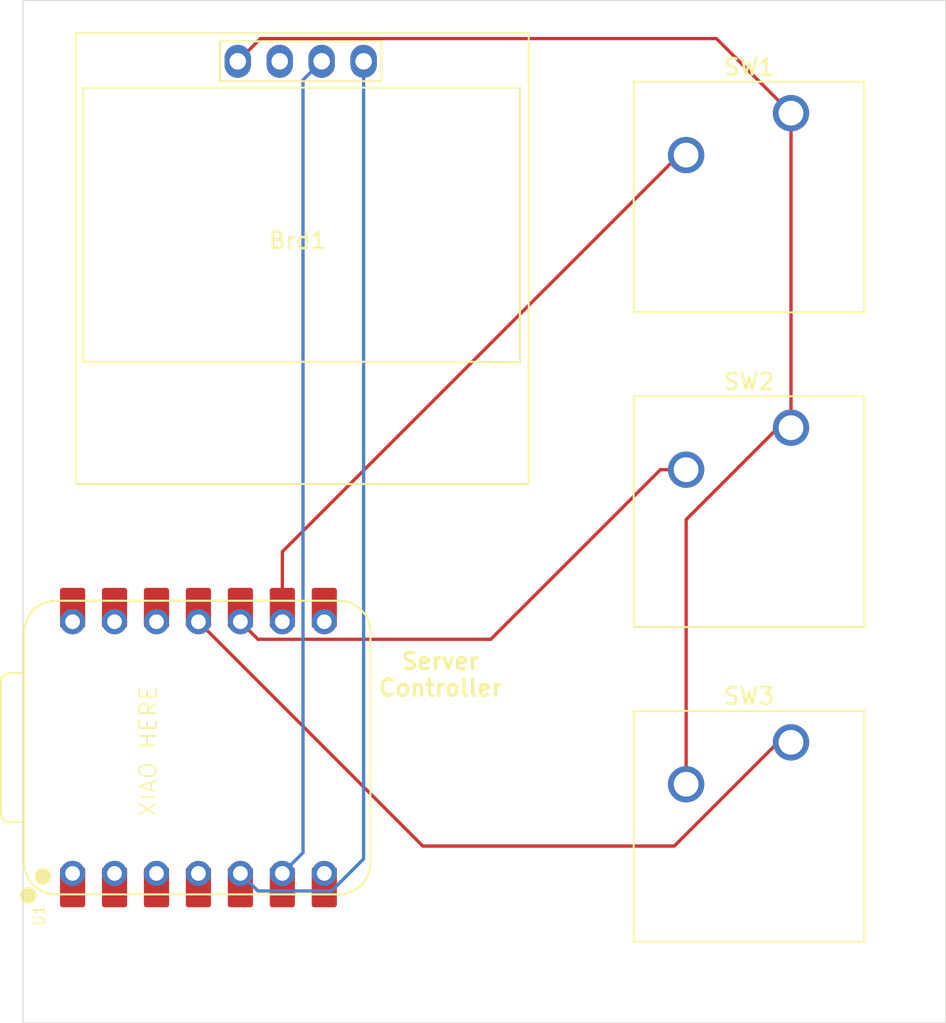
<source format=kicad_pcb>
(kicad_pcb (version 20241229) (generator "pcbnew") (generator_version "9.0")
  (layers (0 "F.Cu" signal) (2 "B.Cu" signal) (13 "F.Paste" user) (15 "B.Paste" user) (5 "F.SilkS" user "F.Silkscreen") (7 "B.SilkS" user "B.Silkscreen") (1 "F.Mask" user) (3 "B.Mask" user) (25 "Edge.Cuts" user))
  (net 0 "")
  (net 1 "Net-(Brd1-SDA)")
  (net 2 "+5V")
  (net 3 "GND")
  (net 4 "Net-(Brd1-SCL)")
  (net 5 "Net-(U1-GPIO2{slash}SCK)")
  (net 6 "Net-(U1-GPIO4{slash}MISO)")
  (net 7 "Net-(U1-GPIO3{slash}MOSI)")
  (footprint "SSD1306:128x64OLED" (layer "F.Cu") (at 151.2575 66.675)
    (property "Reference" "Brd1" (at 0 0.254 0) (layer "F.SilkS"))
    (property "Value" "SSD1306")
    (fp_line (start -13.4 -12.3) (end 14 -12.3) (stroke (width 0.12)) (layer "F.SilkS"))
    (fp_line (start -13.4 15) (end -13.4 -12.3) (stroke (width 0.12)) (layer "F.SilkS"))
    (fp_line (start -12.978 -9.005) (end 10.122 -9.005) (stroke (width 0.12)) (layer "F.SilkS"))
    (fp_line (start -12.978 7.595) (end -12.978 -9.005) (stroke (width 0.12)) (layer "F.SilkS"))
    (fp_line (start -4.699 -11.811) (end -4.699 -9.398) (stroke (width 0.12)) (layer "F.SilkS"))
    (fp_line (start -4.699 -11.811) (end 5.08 -11.811) (stroke (width 0.12)) (layer "F.SilkS"))
    (fp_line (start 5.08 -11.811) (end 5.08 -9.398) (stroke (width 0.12)) (layer "F.SilkS"))
    (fp_line (start 5.08 -9.398) (end -4.699 -9.398) (stroke (width 0.12)) (layer "F.SilkS"))
    (fp_line (start 10.122 -9.005) (end 13.208 -9.005) (stroke (width 0.12)) (layer "F.SilkS"))
    (fp_line (start 10.122 7.595) (end -12.978 7.595) (stroke (width 0.12)) (layer "F.SilkS"))
    (fp_line (start 10.122 7.595) (end 13.462 7.62) (stroke (width 0.12)) (layer "F.SilkS"))
    (fp_line (start 13.462 -9.017) (end 13.208 -9.005) (stroke (width 0.12)) (layer "F.SilkS"))
    (fp_line (start 13.462 7.62) (end 13.462 -9.017) (stroke (width 0.12)) (layer "F.SilkS"))
    (fp_line (start 14 -12.3) (end 14 15) (stroke (width 0.12)) (layer "F.SilkS"))
    (fp_line (start 14 15) (end -13.4 15) (stroke (width 0.12)) (layer "F.SilkS"))
    (pad "1" thru_hole oval (at -3.62 -10.6 90) (size 2 1.6) (drill 1) (layers "*.Cu" "*.Mask") (net 3 "GND"))
    (pad "2" thru_hole oval (at -1.08 -10.6 90) (size 2 1.6) (drill 1) (layers "*.Cu" "*.Mask") (net 2 "+5V"))
    (pad "3" thru_hole oval (at 1.46 -10.6 90) (size 2 1.6) (drill 1) (layers "*.Cu" "*.Mask") (net 4 "Net-(Brd1-SCL)"))
    (pad "4" thru_hole oval (at 4 -10.6 90) (size 2 1.6) (drill 1) (layers "*.Cu" "*.Mask") (net 1 "Net-(Brd1-SDA)"))
  )
  (footprint "Button_Switch_Keyboard:SW_Cherry_MX_1.00u_PCB" (layer "F.Cu") (at 181.13375 59.21375)
    (property "Reference" "SW1" (at -2.54 -2.794 0) (layer "F.SilkS"))
    (property "Value" "SW_Push")
    (fp_line (start -9.525 -1.905) (end 4.445 -1.905) (stroke (width 0.12)) (layer "F.SilkS"))
    (fp_line (start -9.525 12.065) (end -9.525 -1.905) (stroke (width 0.12)) (layer "F.SilkS"))
    (fp_line (start 4.445 -1.905) (end 4.445 12.065) (stroke (width 0.12)) (layer "F.SilkS"))
    (fp_line (start 4.445 12.065) (end -9.525 12.065) (stroke (width 0.12)) (layer "F.SilkS"))
    (pad "" np_thru_hole circle (at -7.62 5.08) (size 1.7 1.7) (drill 1.7) (layers "*.Cu" "*.Mask"))
    (pad "" np_thru_hole circle (at -2.54 5.08) (size 4 4) (drill 4) (layers "*.Cu" "*.Mask"))
    (pad "" np_thru_hole circle (at 2.54 5.08) (size 1.7 1.7) (drill 1.7) (layers "*.Cu" "*.Mask"))
    (pad "1" thru_hole circle (at 0 0) (size 2.2 2.2) (drill 1.5) (layers "*.Cu" "*.Mask") (net 3 "GND"))
    (pad "2" thru_hole circle (at -6.35 2.54) (size 2.2 2.2) (drill 1.5) (layers "*.Cu" "*.Mask") (net 5 "Net-(U1-GPIO2{slash}SCK)"))
  )
  (footprint "XIAO_PCB:XIAO-RP2040-DIP" (layer "F.Cu") (at 145.25625 97.63125 90)
    (property "Reference" "U1" (at -10.16875 -9.65625 90) (layer "F.SilkS") (effects (font (size 0.635 0.635) (thickness 0.1016))))
    (property "Value" "XIAO-RP2040-DIP")
    (fp_line (start -3.991272 -11.951) (end 4.004 -11.951) (stroke (width 0.127)) (layer "F.SilkS"))
    (fp_line (start 4.504 -11.451) (end 4.504 -10.541) (stroke (width 0.127)) (layer "F.SilkS"))
    (fp_line (start 6.985 -10.541) (end -6.985 -10.541) (stroke (width 0.1)) (layer "F.SilkS"))
    (fp_line (start 6.985 -10.541) (end -6.985 -10.541) (stroke (width 0.127)) (layer "F.SilkS"))
    (fp_line (start -4.495 -10.541) (end -4.491272 -11.451272) (stroke (width 0.127)) (layer "F.SilkS"))
    (fp_line (start 8.89 8.509) (end 8.89 -8.636) (stroke (width 0.127)) (layer "F.SilkS"))
    (fp_line (start -8.89 8.509) (end -8.89 -8.636) (stroke (width 0.127)) (layer "F.SilkS"))
    (fp_line (start -6.985 10.414) (end 6.985 10.414) (stroke (width 0.127)) (layer "F.SilkS"))
    (fp_arc (start 4.004 -11.951) (mid 4.357553 -11.804553) (end 4.504 -11.451) (stroke (width 0.127)) (layer "F.SilkS"))
    (fp_arc (start -4.491272 -11.451272) (mid -4.344728 -11.80464) (end -3.991272 -11.951) (stroke (width 0.127)) (layer "F.SilkS"))
    (fp_arc (start 6.985 -10.541) (mid 8.332038 -9.983038) (end 8.89 -8.636) (stroke (width 0.127)) (layer "F.SilkS"))
    (fp_arc (start -8.89 -8.636) (mid -8.332038 -9.983038) (end -6.985 -10.541) (stroke (width 0.127)) (layer "F.SilkS"))
    (fp_arc (start 8.89 8.509) (mid 8.332038 9.856038) (end 6.985 10.414) (stroke (width 0.127)) (layer "F.SilkS"))
    (fp_arc (start -6.985 10.414) (mid -8.332038 9.856038) (end -8.89 8.509) (stroke (width 0.127)) (layer "F.SilkS"))
    (fp_circle (center -8.95 -10.3) (end -8.95 -10.554) (stroke (width 0.5)) (fill yes) (layer "F.SilkS"))
    (fp_circle (center -7.807 -9.42) (end -7.807 -9.674) (stroke (width 0.5)) (fill yes) (layer "F.SilkS"))
    (pad "1" smd roundrect (at -8.455 -7.62 270) (size 2.432 1.524) (layers "F.Cu" "F.Mask") (roundrect_rratio 0.1))
    (pad "1" thru_hole circle (at -7.62 -7.62 270) (size 1.524 1.524) (drill 0.889) (layers "*.Cu" "*.Mask"))
    (pad "2" smd roundrect (at -8.455 -5.08 270) (size 2.432 1.524) (layers "F.Cu" "F.Mask") (roundrect_rratio 0.1))
    (pad "2" thru_hole circle (at -7.62 -5.08 270) (size 1.524 1.524) (drill 0.889) (layers "*.Cu" "*.Mask"))
    (pad "3" smd roundrect (at -8.455 -2.54 270) (size 2.432 1.524) (layers "F.Cu" "F.Mask") (roundrect_rratio 0.1))
    (pad "3" thru_hole circle (at -7.62 -2.54 270) (size 1.524 1.524) (drill 0.889) (layers "*.Cu" "*.Mask"))
    (pad "4" smd roundrect (at -8.455 0 270) (size 2.432 1.524) (layers "F.Cu" "F.Mask") (roundrect_rratio 0.1))
    (pad "4" thru_hole circle (at -7.62 0 270) (size 1.524 1.524) (drill 0.889) (layers "*.Cu" "*.Mask"))
    (pad "5" smd roundrect (at -8.455 2.54 270) (size 2.432 1.524) (layers "F.Cu" "F.Mask") (roundrect_rratio 0.1) (net 1 "Net-(Brd1-SDA)"))
    (pad "5" thru_hole circle (at -7.62 2.54 270) (size 1.524 1.524) (drill 0.889) (layers "*.Cu" "*.Mask") (net 1 "Net-(Brd1-SDA)"))
    (pad "6" smd roundrect (at -8.455 5.08 270) (size 2.432 1.524) (layers "F.Cu" "F.Mask") (roundrect_rratio 0.1) (net 4 "Net-(Brd1-SCL)"))
    (pad "6" thru_hole circle (at -7.62 5.08 270) (size 1.524 1.524) (drill 0.889) (layers "*.Cu" "*.Mask") (net 4 "Net-(Brd1-SCL)"))
    (pad "7" smd roundrect (at -8.455 7.62 270) (size 2.432 1.524) (layers "F.Cu" "F.Mask") (roundrect_rratio 0.1))
    (pad "7" thru_hole circle (at -7.62 7.62 270) (size 1.524 1.524) (drill 0.889) (layers "*.Cu" "*.Mask"))
    (pad "8" thru_hole circle (at 7.62 7.62 90) (size 1.524 1.524) (drill 0.889) (layers "*.Cu" "*.Mask"))
    (pad "8" smd roundrect (at 8.455 7.62 90) (size 2.432 1.524) (layers "F.Cu" "F.Mask") (roundrect_rratio 0.1))
    (pad "9" thru_hole circle (at 7.62 5.08 90) (size 1.524 1.524) (drill 0.889) (layers "*.Cu" "*.Mask") (net 5 "Net-(U1-GPIO2{slash}SCK)"))
    (pad "9" smd roundrect (at 8.455 5.08 90) (size 2.432 1.524) (layers "F.Cu" "F.Mask") (roundrect_rratio 0.1) (net 5 "Net-(U1-GPIO2{slash}SCK)"))
    (pad "10" thru_hole circle (at 7.62 2.54 90) (size 1.524 1.524) (drill 0.889) (layers "*.Cu" "*.Mask") (net 6 "Net-(U1-GPIO4{slash}MISO)"))
    (pad "10" smd roundrect (at 8.455 2.54 90) (size 2.432 1.524) (layers "F.Cu" "F.Mask") (roundrect_rratio 0.1) (net 6 "Net-(U1-GPIO4{slash}MISO)"))
    (pad "11" thru_hole circle (at 7.62 0 90) (size 1.524 1.524) (drill 0.889) (layers "*.Cu" "*.Mask") (net 7 "Net-(U1-GPIO3{slash}MOSI)"))
    (pad "11" smd roundrect (at 8.455 0 90) (size 2.432 1.524) (layers "F.Cu" "F.Mask") (roundrect_rratio 0.1) (net 7 "Net-(U1-GPIO3{slash}MOSI)"))
    (pad "12" thru_hole circle (at 7.62 -2.54 90) (size 1.524 1.524) (drill 0.889) (layers "*.Cu" "*.Mask"))
    (pad "12" smd roundrect (at 8.455 -2.54 90) (size 2.432 1.524) (layers "F.Cu" "F.Mask") (roundrect_rratio 0.1))
    (pad "13" thru_hole circle (at 7.62 -5.08 90) (size 1.524 1.524) (drill 0.889) (layers "*.Cu" "*.Mask"))
    (pad "13" smd roundrect (at 8.455 -5.08 90) (size 2.432 1.524) (layers "F.Cu" "F.Mask") (roundrect_rratio 0.1))
    (pad "14" thru_hole circle (at 7.62 -7.62 90) (size 1.524 1.524) (drill 0.889) (layers "*.Cu" "*.Mask"))
    (pad "14" smd roundrect (at 8.455 -7.62 90) (size 2.432 1.524) (layers "F.Cu" "F.Mask") (roundrect_rratio 0.1))
  )
  (footprint "Button_Switch_Keyboard:SW_Cherry_MX_1.00u_PCB" (layer "F.Cu") (at 181.13375 78.26375)
    (property "Reference" "SW2" (at -2.54 -2.794 0) (layer "F.SilkS"))
    (property "Value" "SW_Push")
    (fp_line (start -9.525 -1.905) (end 4.445 -1.905) (stroke (width 0.12)) (layer "F.SilkS"))
    (fp_line (start -9.525 12.065) (end -9.525 -1.905) (stroke (width 0.12)) (layer "F.SilkS"))
    (fp_line (start 4.445 -1.905) (end 4.445 12.065) (stroke (width 0.12)) (layer "F.SilkS"))
    (fp_line (start 4.445 12.065) (end -9.525 12.065) (stroke (width 0.12)) (layer "F.SilkS"))
    (pad "" np_thru_hole circle (at -7.62 5.08) (size 1.7 1.7) (drill 1.7) (layers "*.Cu" "*.Mask"))
    (pad "" np_thru_hole circle (at -2.54 5.08) (size 4 4) (drill 4) (layers "*.Cu" "*.Mask"))
    (pad "" np_thru_hole circle (at 2.54 5.08) (size 1.7 1.7) (drill 1.7) (layers "*.Cu" "*.Mask"))
    (pad "1" thru_hole circle (at 0 0) (size 2.2 2.2) (drill 1.5) (layers "*.Cu" "*.Mask") (net 3 "GND"))
    (pad "2" thru_hole circle (at -6.35 2.54) (size 2.2 2.2) (drill 1.5) (layers "*.Cu" "*.Mask") (net 6 "Net-(U1-GPIO4{slash}MISO)"))
  )
  (footprint "Button_Switch_Keyboard:SW_Cherry_MX_1.00u_PCB" (layer "F.Cu") (at 181.13375 97.31375)
    (property "Reference" "SW3" (at -2.54 -2.794 0) (layer "F.SilkS"))
    (property "Value" "SW_Push")
    (fp_line (start -9.525 -1.905) (end 4.445 -1.905) (stroke (width 0.12)) (layer "F.SilkS"))
    (fp_line (start -9.525 12.065) (end -9.525 -1.905) (stroke (width 0.12)) (layer "F.SilkS"))
    (fp_line (start 4.445 -1.905) (end 4.445 12.065) (stroke (width 0.12)) (layer "F.SilkS"))
    (fp_line (start 4.445 12.065) (end -9.525 12.065) (stroke (width 0.12)) (layer "F.SilkS"))
    (pad "" np_thru_hole circle (at -7.62 5.08) (size 1.7 1.7) (drill 1.7) (layers "*.Cu" "*.Mask"))
    (pad "" np_thru_hole circle (at -2.54 5.08) (size 4 4) (drill 4) (layers "*.Cu" "*.Mask"))
    (pad "" np_thru_hole circle (at 2.54 5.08) (size 1.7 1.7) (drill 1.7) (layers "*.Cu" "*.Mask"))
    (pad "1" thru_hole circle (at 0 0) (size 2.2 2.2) (drill 1.5) (layers "*.Cu" "*.Mask") (net 7 "Net-(U1-GPIO3{slash}MOSI)"))
    (pad "2" thru_hole circle (at -6.35 2.54) (size 2.2 2.2) (drill 1.5) (layers "*.Cu" "*.Mask") (net 3 "GND"))
  )
  (gr_rect (start 134.63125 52.3875) (end 190.5 114.3) (stroke (width 0.05)) (fill no) (layer "Edge.Cuts"))
  (gr_text "XIAO HERE" (at 142.8 101.9 90) (layer "F.SilkS") (effects (font (size 1 1) (thickness 0.1)) (justify left bottom)))
  (gr_text "Server\nController" (at 159.9 94.6 0) (layer "F.SilkS") (effects (font (size 1 1) (thickness 0.2) (bold yes)) (justify bottom)))
  (segment (start 153.31656 106.31425) (end 155.2575 104.37331) (width 0.2) (layer "B.Cu") (net 1))
  (segment (start 147.79625 105.25125) (end 148.85925 106.31425) (width 0.2) (layer "B.Cu") (net 1))
  (segment (start 155.2575 104.37331) (end 155.2575 56.075) (width 0.2) (layer "B.Cu") (net 1))
  (segment (start 148.85925 106.31425) (end 153.31656 106.31425) (width 0.2) (layer "B.Cu") (net 1))
  (segment (start 174.78375 99.85375) (end 174.78375 83.828934) (width 0.2) (layer "F.Cu") (net 3))
  (segment (start 176.62 54.7) (end 149.0125 54.7) (width 0.2) (layer "F.Cu") (net 3))
  (segment (start 181.13375 78.26375) (end 181.13375 59.21375) (width 0.2) (layer "F.Cu") (net 3))
  (segment (start 181.13375 59.21375) (end 176.62 54.7) (width 0.2) (layer "F.Cu") (net 3))
  (segment (start 149.0125 54.7) (end 147.6375 56.075) (width 0.2) (layer "F.Cu") (net 3))
  (segment (start 180.348934 78.26375) (end 181.13375 78.26375) (width 0.2) (layer "F.Cu") (net 3))
  (segment (start 174.78375 83.828934) (end 180.348934 78.26375) (width 0.2) (layer "F.Cu") (net 3))
  (segment (start 151.5875 104) (end 151.5875 57.205) (width 0.2) (layer "B.Cu") (net 4))
  (segment (start 151.5875 57.205) (end 152.7175 56.075) (width 0.2) (layer "B.Cu") (net 4))
  (segment (start 150.33625 105.25125) (end 151.5875 104) (width 0.2) (layer "B.Cu") (net 4))
  (segment (start 174.78375 61.75375) (end 174.35528 61.75375) (width 0.2) (layer "F.Cu") (net 5))
  (segment (start 174.35528 61.75375) (end 150.33625 85.77278) (width 0.2) (layer "F.Cu") (net 5))
  (segment (start 150.33625 85.77278) (end 150.33625 90.01125) (width 0.2) (layer "F.Cu") (net 5))
  (segment (start 162.957616 91.07425) (end 148.85925 91.07425) (width 0.2) (layer "F.Cu") (net 6))
  (segment (start 173.228116 80.80375) (end 162.957616 91.07425) (width 0.2) (layer "F.Cu") (net 6))
  (segment (start 148.85925 91.07425) (end 147.79625 90.01125) (width 0.2) (layer "F.Cu") (net 6))
  (segment (start 147.79625 89.397624) (end 147.79625 90.01125) (width 0.2) (layer "F.Cu") (net 6))
  (segment (start 174.78375 80.80375) (end 173.228116 80.80375) (width 0.2) (layer "F.Cu") (net 6))
  (segment (start 180.348934 97.31375) (end 174.067934 103.59475) (width 0.2) (layer "F.Cu") (net 7))
  (segment (start 174.067934 103.59475) (end 158.83975 103.59475) (width 0.2) (layer "F.Cu") (net 7))
  (segment (start 181.13375 97.31375) (end 180.348934 97.31375) (width 0.2) (layer "F.Cu") (net 7))
  (segment (start 158.83975 103.59475) (end 145.25625 90.01125) (width 0.2) (layer "F.Cu") (net 7))
)
</source>
